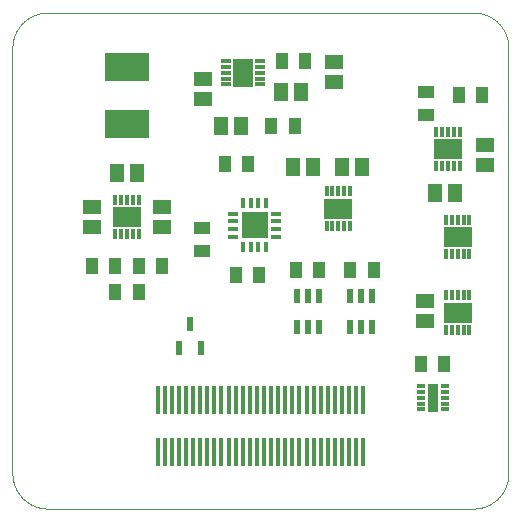
<source format=gtp>
G75*
%MOIN*%
%OFA0B0*%
%FSLAX25Y25*%
%IPPOS*%
%LPD*%
%AMOC8*
5,1,8,0,0,1.08239X$1,22.5*
%
%ADD10C,0.00000*%
%ADD11R,0.05118X0.05906*%
%ADD12R,0.05906X0.05118*%
%ADD13R,0.15000X0.09300*%
%ADD14R,0.04331X0.05512*%
%ADD15R,0.05512X0.04331*%
%ADD16R,0.02200X0.05000*%
%ADD17R,0.01378X0.09646*%
%ADD18R,0.01200X0.03200*%
%ADD19R,0.09400X0.06500*%
%ADD20R,0.03600X0.01200*%
%ADD21R,0.01200X0.03600*%
%ADD22R,0.08900X0.08900*%
%ADD23R,0.03200X0.01200*%
%ADD24R,0.06500X0.09400*%
%ADD25R,0.02600X0.01200*%
%ADD26R,0.03300X0.09400*%
D10*
X0001000Y0012811D02*
X0001000Y0154543D01*
X0001003Y0154828D01*
X0001014Y0155114D01*
X0001031Y0155399D01*
X0001055Y0155683D01*
X0001086Y0155967D01*
X0001124Y0156250D01*
X0001169Y0156531D01*
X0001220Y0156812D01*
X0001278Y0157092D01*
X0001343Y0157370D01*
X0001415Y0157646D01*
X0001493Y0157920D01*
X0001578Y0158193D01*
X0001670Y0158463D01*
X0001768Y0158731D01*
X0001872Y0158997D01*
X0001983Y0159260D01*
X0002100Y0159520D01*
X0002223Y0159778D01*
X0002353Y0160032D01*
X0002489Y0160283D01*
X0002630Y0160531D01*
X0002778Y0160775D01*
X0002931Y0161016D01*
X0003091Y0161252D01*
X0003256Y0161485D01*
X0003426Y0161714D01*
X0003602Y0161939D01*
X0003784Y0162159D01*
X0003970Y0162375D01*
X0004162Y0162586D01*
X0004359Y0162793D01*
X0004561Y0162995D01*
X0004768Y0163192D01*
X0004979Y0163384D01*
X0005195Y0163570D01*
X0005415Y0163752D01*
X0005640Y0163928D01*
X0005869Y0164098D01*
X0006102Y0164263D01*
X0006338Y0164423D01*
X0006579Y0164576D01*
X0006823Y0164724D01*
X0007071Y0164865D01*
X0007322Y0165001D01*
X0007576Y0165131D01*
X0007834Y0165254D01*
X0008094Y0165371D01*
X0008357Y0165482D01*
X0008623Y0165586D01*
X0008891Y0165684D01*
X0009161Y0165776D01*
X0009434Y0165861D01*
X0009708Y0165939D01*
X0009984Y0166011D01*
X0010262Y0166076D01*
X0010542Y0166134D01*
X0010823Y0166185D01*
X0011104Y0166230D01*
X0011387Y0166268D01*
X0011671Y0166299D01*
X0011955Y0166323D01*
X0012240Y0166340D01*
X0012526Y0166351D01*
X0012811Y0166354D01*
X0154543Y0166354D01*
X0154828Y0166351D01*
X0155114Y0166340D01*
X0155399Y0166323D01*
X0155683Y0166299D01*
X0155967Y0166268D01*
X0156250Y0166230D01*
X0156531Y0166185D01*
X0156812Y0166134D01*
X0157092Y0166076D01*
X0157370Y0166011D01*
X0157646Y0165939D01*
X0157920Y0165861D01*
X0158193Y0165776D01*
X0158463Y0165684D01*
X0158731Y0165586D01*
X0158997Y0165482D01*
X0159260Y0165371D01*
X0159520Y0165254D01*
X0159778Y0165131D01*
X0160032Y0165001D01*
X0160283Y0164865D01*
X0160531Y0164724D01*
X0160775Y0164576D01*
X0161016Y0164423D01*
X0161252Y0164263D01*
X0161485Y0164098D01*
X0161714Y0163928D01*
X0161939Y0163752D01*
X0162159Y0163570D01*
X0162375Y0163384D01*
X0162586Y0163192D01*
X0162793Y0162995D01*
X0162995Y0162793D01*
X0163192Y0162586D01*
X0163384Y0162375D01*
X0163570Y0162159D01*
X0163752Y0161939D01*
X0163928Y0161714D01*
X0164098Y0161485D01*
X0164263Y0161252D01*
X0164423Y0161016D01*
X0164576Y0160775D01*
X0164724Y0160531D01*
X0164865Y0160283D01*
X0165001Y0160032D01*
X0165131Y0159778D01*
X0165254Y0159520D01*
X0165371Y0159260D01*
X0165482Y0158997D01*
X0165586Y0158731D01*
X0165684Y0158463D01*
X0165776Y0158193D01*
X0165861Y0157920D01*
X0165939Y0157646D01*
X0166011Y0157370D01*
X0166076Y0157092D01*
X0166134Y0156812D01*
X0166185Y0156531D01*
X0166230Y0156250D01*
X0166268Y0155967D01*
X0166299Y0155683D01*
X0166323Y0155399D01*
X0166340Y0155114D01*
X0166351Y0154828D01*
X0166354Y0154543D01*
X0166354Y0012811D01*
X0166351Y0012526D01*
X0166340Y0012240D01*
X0166323Y0011955D01*
X0166299Y0011671D01*
X0166268Y0011387D01*
X0166230Y0011104D01*
X0166185Y0010823D01*
X0166134Y0010542D01*
X0166076Y0010262D01*
X0166011Y0009984D01*
X0165939Y0009708D01*
X0165861Y0009434D01*
X0165776Y0009161D01*
X0165684Y0008891D01*
X0165586Y0008623D01*
X0165482Y0008357D01*
X0165371Y0008094D01*
X0165254Y0007834D01*
X0165131Y0007576D01*
X0165001Y0007322D01*
X0164865Y0007071D01*
X0164724Y0006823D01*
X0164576Y0006579D01*
X0164423Y0006338D01*
X0164263Y0006102D01*
X0164098Y0005869D01*
X0163928Y0005640D01*
X0163752Y0005415D01*
X0163570Y0005195D01*
X0163384Y0004979D01*
X0163192Y0004768D01*
X0162995Y0004561D01*
X0162793Y0004359D01*
X0162586Y0004162D01*
X0162375Y0003970D01*
X0162159Y0003784D01*
X0161939Y0003602D01*
X0161714Y0003426D01*
X0161485Y0003256D01*
X0161252Y0003091D01*
X0161016Y0002931D01*
X0160775Y0002778D01*
X0160531Y0002630D01*
X0160283Y0002489D01*
X0160032Y0002353D01*
X0159778Y0002223D01*
X0159520Y0002100D01*
X0159260Y0001983D01*
X0158997Y0001872D01*
X0158731Y0001768D01*
X0158463Y0001670D01*
X0158193Y0001578D01*
X0157920Y0001493D01*
X0157646Y0001415D01*
X0157370Y0001343D01*
X0157092Y0001278D01*
X0156812Y0001220D01*
X0156531Y0001169D01*
X0156250Y0001124D01*
X0155967Y0001086D01*
X0155683Y0001055D01*
X0155399Y0001031D01*
X0155114Y0001014D01*
X0154828Y0001003D01*
X0154543Y0001000D01*
X0012811Y0001000D01*
X0012526Y0001003D01*
X0012240Y0001014D01*
X0011955Y0001031D01*
X0011671Y0001055D01*
X0011387Y0001086D01*
X0011104Y0001124D01*
X0010823Y0001169D01*
X0010542Y0001220D01*
X0010262Y0001278D01*
X0009984Y0001343D01*
X0009708Y0001415D01*
X0009434Y0001493D01*
X0009161Y0001578D01*
X0008891Y0001670D01*
X0008623Y0001768D01*
X0008357Y0001872D01*
X0008094Y0001983D01*
X0007834Y0002100D01*
X0007576Y0002223D01*
X0007322Y0002353D01*
X0007071Y0002489D01*
X0006823Y0002630D01*
X0006579Y0002778D01*
X0006338Y0002931D01*
X0006102Y0003091D01*
X0005869Y0003256D01*
X0005640Y0003426D01*
X0005415Y0003602D01*
X0005195Y0003784D01*
X0004979Y0003970D01*
X0004768Y0004162D01*
X0004561Y0004359D01*
X0004359Y0004561D01*
X0004162Y0004768D01*
X0003970Y0004979D01*
X0003784Y0005195D01*
X0003602Y0005415D01*
X0003426Y0005640D01*
X0003256Y0005869D01*
X0003091Y0006102D01*
X0002931Y0006338D01*
X0002778Y0006579D01*
X0002630Y0006823D01*
X0002489Y0007071D01*
X0002353Y0007322D01*
X0002223Y0007576D01*
X0002100Y0007834D01*
X0001983Y0008094D01*
X0001872Y0008357D01*
X0001768Y0008623D01*
X0001670Y0008891D01*
X0001578Y0009161D01*
X0001493Y0009434D01*
X0001415Y0009708D01*
X0001343Y0009984D01*
X0001278Y0010262D01*
X0001220Y0010542D01*
X0001169Y0010823D01*
X0001124Y0011104D01*
X0001086Y0011387D01*
X0001055Y0011671D01*
X0001031Y0011955D01*
X0001014Y0012240D01*
X0001003Y0012526D01*
X0001000Y0012811D01*
D11*
X0035843Y0112811D03*
X0042535Y0112811D03*
X0070488Y0128559D03*
X0077181Y0128559D03*
X0090567Y0139976D03*
X0097260Y0139976D03*
X0094543Y0114819D03*
X0101236Y0114819D03*
X0111000Y0114780D03*
X0117693Y0114780D03*
X0141748Y0106118D03*
X0148441Y0106118D03*
D12*
X0158677Y0115370D03*
X0158677Y0122063D03*
X0108087Y0143323D03*
X0108087Y0150016D03*
X0064386Y0144110D03*
X0064386Y0137417D03*
X0051000Y0101591D03*
X0051000Y0094898D03*
X0027378Y0094898D03*
X0027378Y0101591D03*
X0138402Y0070094D03*
X0138402Y0063402D03*
D13*
X0039189Y0129295D03*
X0039189Y0148295D03*
D14*
X0071748Y0116000D03*
X0079622Y0116000D03*
X0087220Y0128559D03*
X0095094Y0128559D03*
X0098638Y0150213D03*
X0090764Y0150213D03*
X0149819Y0138795D03*
X0157693Y0138795D03*
X0121472Y0080528D03*
X0113598Y0080528D03*
X0103362Y0080528D03*
X0095488Y0080528D03*
X0083283Y0078953D03*
X0075409Y0078953D03*
X0051000Y0081709D03*
X0043126Y0081709D03*
X0035252Y0081709D03*
X0027378Y0081709D03*
X0035252Y0073047D03*
X0043126Y0073047D03*
X0137142Y0049071D03*
X0145016Y0049071D03*
D15*
X0064346Y0086787D03*
X0064346Y0094661D03*
X0138795Y0132102D03*
X0138795Y0139976D03*
D16*
X0120842Y0071848D03*
X0117142Y0071848D03*
X0113442Y0071848D03*
X0113442Y0061648D03*
X0117142Y0061648D03*
X0120842Y0061648D03*
X0103125Y0061648D03*
X0099425Y0061648D03*
X0095725Y0061648D03*
X0095725Y0071848D03*
X0099425Y0071848D03*
X0103125Y0071848D03*
X0063991Y0054380D03*
X0056591Y0054380D03*
X0060291Y0062580D03*
D17*
X0061236Y0037319D03*
X0058874Y0037319D03*
X0056512Y0037319D03*
X0054150Y0037319D03*
X0051787Y0037319D03*
X0049425Y0037319D03*
X0063598Y0037319D03*
X0065961Y0037319D03*
X0068323Y0037319D03*
X0070685Y0037319D03*
X0073047Y0037319D03*
X0075409Y0037319D03*
X0077772Y0037319D03*
X0080134Y0037319D03*
X0082496Y0037319D03*
X0084858Y0037319D03*
X0087220Y0037319D03*
X0089583Y0037319D03*
X0091945Y0037319D03*
X0094307Y0037319D03*
X0096669Y0037319D03*
X0099031Y0037319D03*
X0101394Y0037319D03*
X0103756Y0037319D03*
X0106118Y0037319D03*
X0108480Y0037319D03*
X0110843Y0037319D03*
X0113205Y0037319D03*
X0115567Y0037319D03*
X0117929Y0037319D03*
X0117929Y0019799D03*
X0115567Y0019799D03*
X0113205Y0019799D03*
X0110843Y0019799D03*
X0108480Y0019799D03*
X0106118Y0019799D03*
X0103756Y0019799D03*
X0101394Y0019799D03*
X0099031Y0019799D03*
X0096669Y0019799D03*
X0094307Y0019799D03*
X0091945Y0019799D03*
X0089583Y0019799D03*
X0087220Y0019799D03*
X0084858Y0019799D03*
X0082496Y0019799D03*
X0080134Y0019799D03*
X0077772Y0019799D03*
X0075409Y0019799D03*
X0073047Y0019799D03*
X0070685Y0019799D03*
X0068323Y0019799D03*
X0065961Y0019799D03*
X0063598Y0019799D03*
X0061236Y0019799D03*
X0058874Y0019799D03*
X0056512Y0019799D03*
X0054150Y0019799D03*
X0051787Y0019799D03*
X0049425Y0019799D03*
D18*
X0043089Y0092544D03*
X0041189Y0092544D03*
X0039189Y0092544D03*
X0037189Y0092544D03*
X0035289Y0092544D03*
X0035289Y0103944D03*
X0037189Y0103944D03*
X0039189Y0103944D03*
X0041189Y0103944D03*
X0043089Y0103944D03*
X0105761Y0106800D03*
X0107661Y0106800D03*
X0109661Y0106800D03*
X0111661Y0106800D03*
X0113561Y0106800D03*
X0113561Y0095200D03*
X0111661Y0095200D03*
X0109661Y0095200D03*
X0107661Y0095200D03*
X0105761Y0095200D03*
X0142336Y0115064D03*
X0144236Y0115064D03*
X0146236Y0115064D03*
X0148236Y0115064D03*
X0150136Y0115064D03*
X0150136Y0126464D03*
X0148236Y0126464D03*
X0146236Y0126464D03*
X0144236Y0126464D03*
X0142336Y0126464D03*
X0145525Y0097251D03*
X0147425Y0097251D03*
X0149425Y0097251D03*
X0151425Y0097251D03*
X0153325Y0097251D03*
X0153325Y0085851D03*
X0151425Y0085851D03*
X0149425Y0085851D03*
X0147425Y0085851D03*
X0145525Y0085851D03*
X0145525Y0072054D03*
X0147425Y0072054D03*
X0149425Y0072054D03*
X0151425Y0072054D03*
X0153325Y0072054D03*
X0153325Y0060654D03*
X0151425Y0060654D03*
X0149425Y0060654D03*
X0147425Y0060654D03*
X0145525Y0060654D03*
D19*
X0149425Y0066354D03*
X0149425Y0091551D03*
X0146236Y0120764D03*
X0109661Y0101000D03*
X0039189Y0098244D03*
D20*
X0074409Y0099288D03*
X0074409Y0096788D03*
X0074409Y0094188D03*
X0074409Y0091688D03*
X0089009Y0091688D03*
X0089009Y0094188D03*
X0089009Y0096788D03*
X0089009Y0099288D03*
D21*
X0085509Y0102788D03*
X0083009Y0102788D03*
X0080409Y0102788D03*
X0077909Y0102788D03*
X0077909Y0088188D03*
X0080409Y0088188D03*
X0083009Y0088188D03*
X0085509Y0088188D03*
D22*
X0081709Y0095488D03*
D23*
X0083472Y0142376D03*
X0083472Y0144276D03*
X0083472Y0146276D03*
X0083472Y0148276D03*
X0083472Y0150176D03*
X0072072Y0150176D03*
X0072072Y0148276D03*
X0072072Y0146276D03*
X0072072Y0144276D03*
X0072072Y0142376D03*
D24*
X0077772Y0146276D03*
D25*
X0137157Y0041908D03*
X0137157Y0040008D03*
X0137157Y0038008D03*
X0137157Y0036008D03*
X0137157Y0034108D03*
X0145157Y0034108D03*
X0145157Y0036008D03*
X0145157Y0038008D03*
X0145157Y0040008D03*
X0145157Y0041908D03*
D26*
X0141157Y0038008D03*
M02*

</source>
